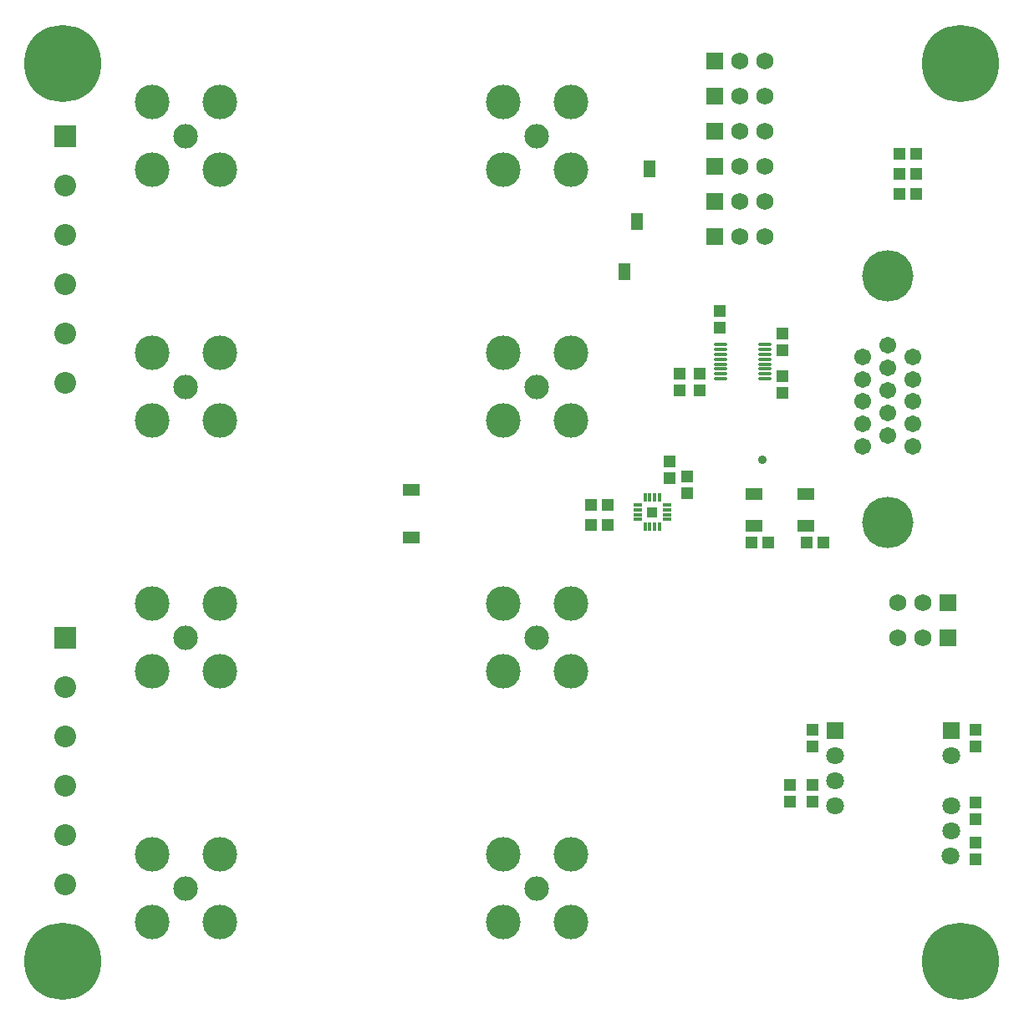
<source format=gts>
G04*
G04 #@! TF.GenerationSoftware,Altium Limited,Altium Designer,20.1.14 (287)*
G04*
G04 Layer_Color=8388736*
%FSLAX25Y25*%
%MOIN*%
G70*
G04*
G04 #@! TF.SameCoordinates,133998B2-DC8D-44E4-BDA6-9003E9527627*
G04*
G04*
G04 #@! TF.FilePolarity,Negative*
G04*
G01*
G75*
%ADD16O,0.03661X0.01417*%
%ADD17O,0.01417X0.03661*%
%ADD18R,0.03950X0.03950*%
%ADD19R,0.07099X0.04737*%
%ADD20R,0.04737X0.07099*%
%ADD21R,0.06902X0.04737*%
%ADD22R,0.04540X0.04540*%
%ADD23O,0.05669X0.01354*%
%ADD24R,0.04540X0.04540*%
%ADD25C,0.08674*%
%ADD26R,0.08674X0.08674*%
%ADD27C,0.09800*%
%ADD28C,0.13800*%
%ADD29R,0.07099X0.07099*%
%ADD30C,0.07099*%
%ADD31C,0.03800*%
%ADD32C,0.30800*%
%ADD33C,0.06800*%
%ADD34R,0.06800X0.06800*%
%ADD35C,0.06706*%
%ADD36C,0.20485*%
%ADD37C,0.03600*%
D16*
X560807Y301953D02*
D03*
Y299984D02*
D03*
Y298016D02*
D03*
Y296047D02*
D03*
X549193D02*
D03*
Y298016D02*
D03*
Y299984D02*
D03*
Y301953D02*
D03*
D17*
X557953Y304807D02*
D03*
X555984D02*
D03*
X554016D02*
D03*
X552047D02*
D03*
Y293193D02*
D03*
X554016D02*
D03*
X555984D02*
D03*
X557953D02*
D03*
D18*
X555000Y299000D02*
D03*
D03*
D19*
X459000Y308000D02*
D03*
Y289000D02*
D03*
D20*
X554000Y436000D02*
D03*
X544000Y395000D02*
D03*
X549000Y415000D02*
D03*
D21*
X616335Y293701D02*
D03*
Y306299D02*
D03*
X595665Y293701D02*
D03*
Y306299D02*
D03*
D22*
X569000Y313347D02*
D03*
Y306653D02*
D03*
X607000Y353346D02*
D03*
Y346654D02*
D03*
X582000Y379346D02*
D03*
Y372654D02*
D03*
X607000Y370346D02*
D03*
Y363653D02*
D03*
X574000Y354346D02*
D03*
Y347654D02*
D03*
X566000D02*
D03*
Y354346D02*
D03*
X562000Y319346D02*
D03*
Y312653D02*
D03*
X619000Y190347D02*
D03*
Y183653D02*
D03*
X610000Y190347D02*
D03*
Y183653D02*
D03*
X619000Y212347D02*
D03*
Y205654D02*
D03*
X684000Y183346D02*
D03*
Y176654D02*
D03*
Y205654D02*
D03*
Y212347D02*
D03*
Y167347D02*
D03*
Y160653D02*
D03*
D23*
X582240Y365890D02*
D03*
Y363921D02*
D03*
Y361953D02*
D03*
Y359984D02*
D03*
Y358016D02*
D03*
Y356047D02*
D03*
Y354079D02*
D03*
Y352110D02*
D03*
X599760Y365890D02*
D03*
Y363921D02*
D03*
Y361953D02*
D03*
Y359984D02*
D03*
Y358016D02*
D03*
Y356047D02*
D03*
Y354079D02*
D03*
Y352110D02*
D03*
D24*
X530653Y302000D02*
D03*
X537347D02*
D03*
X530653Y294000D02*
D03*
X537347D02*
D03*
X616653Y287000D02*
D03*
X623347D02*
D03*
X601346D02*
D03*
X594654D02*
D03*
X660347Y426000D02*
D03*
X653653D02*
D03*
X660347Y434000D02*
D03*
X653653D02*
D03*
X660347Y442000D02*
D03*
X653653D02*
D03*
D25*
X321000Y150575D02*
D03*
Y170260D02*
D03*
Y189945D02*
D03*
Y209630D02*
D03*
Y229315D02*
D03*
Y350575D02*
D03*
Y370260D02*
D03*
Y389945D02*
D03*
Y409630D02*
D03*
Y429315D02*
D03*
D26*
Y249000D02*
D03*
Y449000D02*
D03*
D27*
X509000Y149000D02*
D03*
X369000D02*
D03*
X509000Y249000D02*
D03*
X369000D02*
D03*
X509000Y349000D02*
D03*
X369000D02*
D03*
X509000Y449000D02*
D03*
X369000D02*
D03*
D28*
X495500Y162500D02*
D03*
Y135500D02*
D03*
X522500D02*
D03*
Y162500D02*
D03*
X355500Y135500D02*
D03*
Y162500D02*
D03*
X382500D02*
D03*
Y135500D02*
D03*
X495500Y262500D02*
D03*
Y235500D02*
D03*
X522500D02*
D03*
Y262500D02*
D03*
X355500Y235500D02*
D03*
Y262500D02*
D03*
X382500D02*
D03*
Y235500D02*
D03*
X495500Y362500D02*
D03*
Y335500D02*
D03*
X522500D02*
D03*
Y362500D02*
D03*
X355500Y335500D02*
D03*
Y362500D02*
D03*
X382500D02*
D03*
Y335500D02*
D03*
X495500Y462500D02*
D03*
Y435500D02*
D03*
X522500D02*
D03*
Y462500D02*
D03*
X355500Y435500D02*
D03*
Y462500D02*
D03*
X382500D02*
D03*
Y435500D02*
D03*
D29*
X628000Y212000D02*
D03*
X674257Y212018D02*
D03*
D30*
X628000Y182000D02*
D03*
Y192000D02*
D03*
Y202000D02*
D03*
X674000Y162000D02*
D03*
X674257Y202018D02*
D03*
Y172018D02*
D03*
Y182018D02*
D03*
D31*
X331250Y478000D02*
D03*
X325905Y487843D02*
D03*
Y468157D02*
D03*
X314094Y487843D02*
D03*
Y468157D02*
D03*
X308750Y478000D02*
D03*
X329842Y483906D02*
D03*
Y472094D02*
D03*
X320000Y489250D02*
D03*
X310157Y483906D02*
D03*
Y472094D02*
D03*
X320000Y466750D02*
D03*
X689250Y478000D02*
D03*
X683906Y487843D02*
D03*
Y468157D02*
D03*
X672094Y487843D02*
D03*
Y468157D02*
D03*
X666750Y478000D02*
D03*
X687843Y483906D02*
D03*
Y472094D02*
D03*
X678000Y489250D02*
D03*
X668157Y483906D02*
D03*
Y472094D02*
D03*
X678000Y466750D02*
D03*
X331250Y120000D02*
D03*
X325905Y129842D02*
D03*
Y110158D02*
D03*
X314094Y129842D02*
D03*
Y110158D02*
D03*
X308750Y120000D02*
D03*
X329842Y125906D02*
D03*
Y114094D02*
D03*
X320000Y131250D02*
D03*
X310157Y125906D02*
D03*
Y114094D02*
D03*
X320000Y108750D02*
D03*
X689250Y120000D02*
D03*
X683906Y129842D02*
D03*
Y110158D02*
D03*
X672094Y129842D02*
D03*
Y110158D02*
D03*
X666750Y120000D02*
D03*
X687843Y125906D02*
D03*
Y114094D02*
D03*
X678000Y131250D02*
D03*
X668157Y125906D02*
D03*
Y114094D02*
D03*
X678000Y108750D02*
D03*
D32*
X320000Y478000D02*
D03*
X678000D02*
D03*
X320000Y120000D02*
D03*
X678000D02*
D03*
D33*
X600000Y437000D02*
D03*
X590000D02*
D03*
X600000Y423000D02*
D03*
X590000D02*
D03*
X600000Y409000D02*
D03*
X590000D02*
D03*
X653000Y263000D02*
D03*
X663000D02*
D03*
X653000Y249000D02*
D03*
X663000D02*
D03*
X600000Y479000D02*
D03*
X590000D02*
D03*
X600000Y465000D02*
D03*
X590000D02*
D03*
X600000Y451000D02*
D03*
X590000D02*
D03*
D34*
X580000Y437000D02*
D03*
Y423000D02*
D03*
Y409000D02*
D03*
X673000Y263000D02*
D03*
Y249000D02*
D03*
X580000Y479000D02*
D03*
Y465000D02*
D03*
Y451000D02*
D03*
D35*
X659000Y361000D02*
D03*
Y352024D02*
D03*
Y343047D02*
D03*
Y334071D02*
D03*
Y325095D02*
D03*
X639000D02*
D03*
X649000Y338559D02*
D03*
X639000Y334071D02*
D03*
X649000Y347535D02*
D03*
X639000Y343047D02*
D03*
X649000Y356512D02*
D03*
X639000Y352024D02*
D03*
X649000Y329583D02*
D03*
Y365488D02*
D03*
X639000Y361000D02*
D03*
D36*
X649000Y393244D02*
D03*
Y294858D02*
D03*
D37*
X599000Y320000D02*
D03*
M02*

</source>
